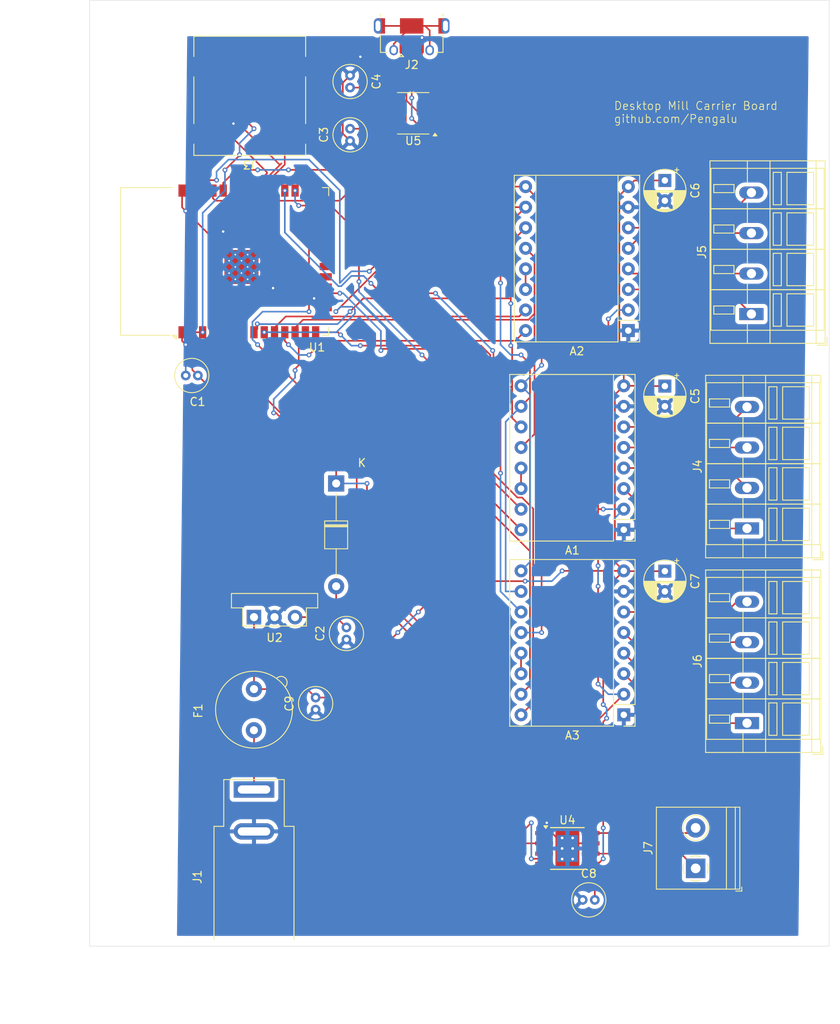
<source format=kicad_pcb>
(kicad_pcb (version 20240108) (generator "pcbnew") (generator_version "8.0")
  (title_block (rev "2"))
  (layers (0 "F.Cu" signal) (31 "B.Cu" signal) (34 "B.Paste" user) (35 "F.Paste" user) (36 "B.SilkS" user "B.Silkscreen") (37 "F.SilkS" user "F.Silkscreen") (38 "B.Mask" user) (39 "F.Mask" user) (44 "Edge.Cuts" user))
  (net 0 "")
  (net 1 "Net-(A1-2A)")
  (net 2 "Net-(A1-~{RESET})")
  (net 3 "MS1")
  (net 4 "+12V")
  (net 5 "Net-(A1-1A)")
  (net 6 "GND")
  (net 7 "Net-(A1-1B)")
  (net 8 "MOTOR_EN")
  (net 9 "+3.3V")
  (net 10 "DIRX")
  (net 11 "MS2")
  (net 12 "MS3")
  (net 13 "STEPX")
  (net 14 "Net-(A1-2B)")
  (net 15 "Net-(A2-2B)")
  (net 16 "Net-(A2-1B)")
  (net 17 "DIRY")
  (net 18 "Net-(A2-1A)")
  (net 19 "Net-(A2-~{RESET})")
  (net 20 "STEPY")
  (net 21 "Net-(A2-2A)")
  (net 22 "Net-(A3-1A)")
  (net 23 "Net-(A3-2A)")
  (net 24 "DIRZ")
  (net 25 "STEPZ")
  (net 26 "Net-(A3-~{RESET})")
  (net 27 "Net-(A3-2B)")
  (net 28 "Net-(A3-1B)")
  (net 29 "Net-(D1-A)")
  (net 30 "Net-(U5-V3)")
  (net 31 "Net-(J2-VBUS)")
  (net 32 "Net-(F1-Pad1)")
  (net 33 "Net-(J2-D+)")
  (net 34 "unconnected-(J2-Shield-Pad6)_4")
  (net 35 "Net-(J2-D-)")
  (net 38 "CS_SD")
  (net 42 "MISO")
  (net 43 "MOSI")
  (net 44 "SCK")
  (net 47 "Net-(J7-Pin_2)")
  (net 48 "Net-(J7-Pin_1)")
  (net 49 "TX")
  (net 53 "SPINDLE1")
  (net 58 "RX")
  (net 59 "SPINDLE2")
  (footprint "TerminalBlock_WAGO:TerminalBlock_WAGO_236-104_1x04_P5.00mm_45Degree" (layer "F.Cu") (at 182.88 114.695 90)
    (property "Reference" "J6")
    (property "Value" "Screw_Terminal_01x04")
  )
  (footprint "Module:Pololu_Breakout-16_15.2x20.3mm" (layer "F.Cu") (at 167.64 90.805 180)
    (property "Reference" "A1")
    (property "Value" "Pololu_Breakout_A4988")
  )
  (footprint "Capacitor_THT:C_Radial_D4.0mm_H5.0mm_P1.50mm" (layer "F.Cu") (at 162.56 136.525)
    (property "Reference" "C8")
    (property "Value" "0.1uF")
  )
  (footprint "Capacitor_THT:CP_Radial_D5.0mm_P2.50mm" (layer "F.Cu") (at 172.72 73.065 -90)
    (property "Reference" "C5")
    (property "Value" "100uF")
  )
  (footprint "Capacitor_THT:C_Radial_D4.0mm_H5.0mm_P1.50mm" (layer "F.Cu") (at 129.54 113.03 90)
    (property "Reference" "C9")
    (property "Value" "3uF")
  )
  (footprint "RF_Module:ESP32-WROOM-32" (layer "F.Cu") (at 121.28 57.665225 90)
    (property "Reference" "U1")
    (property "Value" "ESP32-WROOM-32")
  )
  (footprint "Capacitor_THT:C_Radial_D4.0mm_H5.0mm_P1.50mm" (layer "F.Cu") (at 133.8 42.775 90)
    (property "Reference" "C3")
    (property "Value" "0.1uF")
  )
  (footprint "TerminalBlock_WAGO:TerminalBlock_WAGO_236-104_1x04_P5.00mm_45Degree" (layer "F.Cu") (at 182.88 90.645 90)
    (property "Reference" "J4")
    (property "Value" "Screw_Terminal_01x04")
  )
  (footprint "Capacitor_THT:C_Radial_D4.0mm_H5.0mm_P1.50mm" (layer "F.Cu") (at 133.35 104.37 90)
    (property "Reference" "C2")
    (property "Value" "0.1uF")
  )
  (footprint "Module:Pololu_Breakout-16_15.2x20.3mm" (layer "F.Cu") (at 167.64 113.665 180)
    (property "Reference" "A3")
    (property "Value" "Pololu_Breakout_A4988")
  )
  (footprint "Package_SO:Texas_HTSOP-8-1EP_3.9x4.9mm_P1.27mm_EP2.95x4.9mm_Mask2.4x3.1mm_ThermalVias" (layer "F.Cu") (at 160.67 130.175)
    (property "Reference" "U4")
    (property "Value" "DRV8871DDA")
  )
  (footprint "Fuse:Fuseholder_TR5_Littelfuse_No560_No460" (layer "F.Cu") (at 121.91 115.57 90)
    (property "Reference" "F1")
    (property "Value" "Fuse")
  )
  (footprint "Connector_BarrelJack:BarrelJack_SwitchcraftConxall_RAPC10U_Horizontal" (layer "F.Cu") (at 121.92 122.89 90)
    (property "Reference" "J1")
    (property "Value" "Barrel_Jack")
  )
  (footprint "Connector_USB:USB_Micro-AB_Molex_47590-0001" (layer "F.Cu") (at 141.42 28.575 180)
    (property "Reference" "J2")
    (property "Value" "USB_B_Micro")
  )
  (footprint "Capacitor_THT:CP_Radial_D5.0mm_P2.50mm" (layer "F.Cu") (at 172.72 95.925 -90)
    (property "Reference" "C7")
    (property "Value" "100uF")
  )
  (footprint "TerminalBlock_Philmore:TerminalBlock_Philmore_TB132_1x02_P5.00mm_Horizontal" (layer "F.Cu") (at 176.53 132.635 90)
    (property "Reference" "J7")
    (property "Value" "Screw_Terminal_01x02")
  )
  (footprint "Connector_Card:microSD_HC_Molex_47219-2001" (layer "F.Cu") (at 121.395 37.21 180)
    (property "Reference" "J3")
    (property "Value" "Micro_SD_Card_Det1")
  )
  (footprint "Package_SO:SOP-8_3.9x4.9mm_P1.27mm" (layer "F.Cu") (at 141.605 39.37 180)
    (property "Reference" "U5")
    (property "Value" "CH340N")
  )
  (footprint "Converter_DCDC:Converter_DCDC_Murata_OKI-78SR_Vertical" (layer "F.Cu") (at 121.92 101.6)
    (property "Reference" "U2")
    (property "Value" "OKI-78SR-3.3_1.5-W36-C")
  )
  (footprint "Capacitor_THT:CP_Radial_D5.0mm_P2.50mm" (layer "F.Cu") (at 172.72 47.665 -90)
    (property "Reference" "C6")
    (property "Value" "100uF")
  )
  (footprint "Capacitor_THT:C_Radial_D4.0mm_H5.0mm_P1.50mm" (layer "F.Cu") (at 114.98 71.755 180)
    (property "Reference" "C1")
    (property "Value" "0.1uF")
  )
  (footprint "Diode_THT:D_T-1_P12.70mm_Horizontal" (layer "F.Cu") (at 132.08 85.09 -90)
    (property "Reference" "D1" (hide yes))
    (property "Value" "D")
  )
  (footprint "Module:Pololu_Breakout-16_15.2x20.3mm" (layer "F.Cu") (at 168.200225 66.205 180)
    (property "Reference" "A2")
    (property "Value" "Pololu_Breakout_A4988")
  )
  (footprint "Capacitor_THT:C_Radial_D4.0mm_H5.0mm_P1.50mm" (layer "F.Cu") (at 133.8 34.695 -90)
    (property "Reference" "C4")
    (property "Value" "0.1uF")
  )
  (footprint "TerminalBlock_WAGO:TerminalBlock_WAGO_236-104_1x04_P5.00mm_45Degree" (layer "F.Cu") (at 183.42 64.165 90)
    (property "Reference" "J5")
    (property "Value" "Screw_Terminal_01x04")
  )
  (gr_rect (start 101.6 25.4) (end 193.04 142.24) (stroke (width 0.05)) (fill none) (layer "Edge.Cuts"))
  (gr_text "Desktop Mill Carrier Board\ngithub.com/Pengalu\n" (at 166.37 40.64 0) (layer "F.SilkS") (effects (font (size 1 1) (thickness 0.1)) (justify left bottom)))
  (segment (start 182.88 80.645) (end 167.64 80.645) (width 0.2) (layer "F.Cu") (net 1))
  (segment (start 154.94 83.185) (end 154.94 85.725) (width 0.2) (layer "F.Cu") (net 2))
  (segment (start 155.500225 50.965) (end 152.4 54.065225) (width 0.2) (layer "F.Cu") (net 3))
  (segment (start 144.938417 50.965) (end 155.500225 50.965) (width 0.2) (layer "F.Cu") (net 3))
  (segment (start 123.19 66.415225) (end 123.19 65.855) (width 0.2) (layer "F.Cu") (net 3))
  (segment (start 152.4 54.065225) (end 152.4 60.325) (width 0.2) (layer "F.Cu") (net 3))
  (segment (start 154.94 75.565) (end 156.04 74.465) (width 0.2) (layer "F.Cu") (net 3))
  (segment (start 156.04 70.315) (end 154.94 69.215) (width 0.2) (layer "F.Cu") (net 3))
  (segment (start 132.038417 63.865) (end 144.938417 50.965) (width 0.2) (layer "F.Cu") (net 3))
  (segment (start 156.04 74.465) (end 156.04 70.315) (width 0.2) (layer "F.Cu") (net 3))
  (via (at 154.94 69.215) (size 0.6) (drill 0.3) (layers "F.Cu" "B.Cu") (net 3))
  (via (at 123.19 66.415225) (size 0.6) (drill 0.3) (layers "F.Cu" "B.Cu") (net 3))
  (via (at 132.038417 63.865) (size 0.6) (drill 0.3) (layers "F.Cu" "B.Cu") (net 3))
  (via (at 152.4 60.325) (size 0.6) (drill 0.3) (layers "F.Cu" "B.Cu") (net 3))
  (segment (start 154.94 69.215) (end 153.67 69.215) (width 0.2) (layer "B.Cu") (net 3))
  (segment (start 153.67 69.215) (end 152.4 67.945) (width 0.2) (layer "B.Cu") (net 3))
  (segment (start 153.035 77.47) (end 153.035 98.425) (width 0.2) (layer "B.Cu") (net 3))
  (segment (start 154.94 75.565) (end 153.035 77.47) (width 0.2) (layer "B.Cu") (net 3))
  (segment (start 152.4 67.945) (end 152.4 60.325) (width 0.2) (layer "B.Cu") (net 3))
  (segment (start 132.638418 63.264999) (end 134.048529 63.264999) (width 0.2) (layer "B.Cu") (net 3))
  (segment (start 134.048529 63.264999) (end 134.4 63.61647) (width 0.2) (layer "B.Cu") (net 3))
  (segment (start 134.4 63.61647) (end 134.4 64.113528) (width 0.2) (layer "B.Cu") (net 3))
  (segment (start 132.098303 66.415225) (end 123.19 66.415225) (width 0.2) (layer "B.Cu") (net 3))
  (segment (start 134.4 64.113528) (end 132.098303 66.415225) (width 0.2) (layer "B.Cu") (net 3))
  (segment (start 132.038417 63.865) (end 132.638418 63.264999) (width 0.2) (layer "B.Cu") (net 3))
  (segment (start 153.035 98.425) (end 154.94 98.425) (width 0.2) (layer "B.Cu") (net 3))
  (segment (start 131.675 111.53) (end 129.54 111.53) (width 0.2) (layer "F.Cu") (net 4))
  (segment (start 167.64 95.885) (end 166.54 94.785) (width 0.2) (layer "F.Cu") (net 4))
  (segment (start 139.7 103.505) (end 131.675 111.53) (width 0.2) (layer "F.Cu") (net 4))
  (segment (start 170.18 73.025) (end 170.22 73.065) (width 0.2) (layer "F.Cu") (net 4))
  (segment (start 166.54 74.125) (end 167.64 73.025) (width 0.2) (layer "F.Cu") (net 4))
  (segment (start 164.465 132.08) (end 165.1 131.445) (width 0.2) (layer "F.Cu") (net 4))
  (segment (start 167.100225 49.525) (end 168.200225 48.425) (width 0.2) (layer "F.Cu") (net 4))
  (segment (start 155.64 97.155) (end 155.44 97.155) (width 0.2) (layer "F.Cu") (net 4))
  (segment (start 164.06 136.525) (end 164.06 132.595) (width 0.2) (layer "F.Cu") (net 4))
  (segment (start 166.54 94.785) (end 166.54 74.125) (width 0.2) (layer "F.Cu") (net 4))
  (segment (start 128.5 110.49) (end 129.54 111.53) (width 0.2) (layer "F.Cu") (net 4))
  (segment (start 167.64 71.755) (end 167.100225 71.215225) (width 0.2) (layer "F.Cu") (net 4))
  (segment (start 146.05 97.155) (end 142.24 100.965) (width 0.2) (layer "F.Cu") (net 4))
  (segment (start 167.64 73.025) (end 170.18 73.025) (width 0.2) (layer "F.Cu") (net 4))
  (segment (start 165.1 114.51353) (end 165.524265 114.089265) (width 0.2) (layer "F.Cu") (net 4))
  (segment (start 170.22 73.065) (end 172.72 73.065) (width 0.2) (layer "F.Cu") (net 4))
  (segment (start 164.06 132.595) (end 163.545 132.08) (width 0.2) (layer "F.Cu") (net 4))
  (segment (start 163.545 132.08) (end 164.465 132.08) (width 0.2) (layer "F.Cu") (net 4))
  (segment (start 167.68 95.925) (end 167.64 95.885) (width 0.2) (layer "F.Cu") (net 4))
  (segment (start 121.92 110.49) (end 128.5 110.49) (width 0.2) (layer "F.Cu") (net 4))
  (segment (start 155.44 97.155) (end 146.05 97.155) (width 0.2) (layer "F.Cu") (net 4))
  (segment (start 160.02 95.885) (end 167.64 95.885) (width 0.2) (layer "F.Cu") (net 4))
  (segment (start 167.64 73.025) (end 167.64 71.755) (width 0.2) (layer "F.Cu") (net 4))
  (segment (start 167.100225 71.215225) (end 167.100225 49.525) (width 0.2) (layer "F.Cu") (net 4))
  (segment (start 168.960225 47.665) (end 168.200225 48.425) (width 0.2) (layer "F.Cu") (net 4))
  (segment (start 165.1 98.425) (end 167.64 95.885) (width 0.2) (layer "F.Cu") (net 4))
  (segment (start 121.92 110.49) (end 121.92 101.6) (width 0.2) (layer "F.Cu") (net 4))
  (segment (start 172.72 95.925) (end 167.68 95.925) (width 0.2) (layer "F.Cu") (net 4))
  (segment (start 172.72 47.665) (end 168.960225 47.665) (width 0.2) (layer "F.Cu") (net 4))
  (segment (start 165.1 112.395) (end 165.1 98.425) (width 0.2) (layer "F.Cu") (net 4))
  (segment (start 165.1 127.635) (end 165.1 114.51353) (width 0.2) (layer "F.Cu") (net 4))
  (via (at 165.1 127.635) (size 0.6) (drill 0.3) (layers "F.Cu" "B.Cu") (net 4))
  (via (at 165.1 131.445) (size 0.6) (drill 0.3) (layers "F.Cu" "B.Cu") (net 4))
  (via (at 142.24 100.965) (size 0.6) (drill 0.3) (layers "F.Cu" "B.Cu") (net 4))
  (via (at 160.02 95.885) (size 0.6) (drill 0.3) (layers "F.Cu" "B.Cu") (net 4))
  (via (at 165.524265 114.089265) (size 0.6) (drill 0.3) (layers "F.Cu" "B.Cu") (net 4))
  (via (at 165.1 112.395) (size 0.6) (drill 0.3) (layers "F.Cu" "B.Cu") (net 4))
  (via (at 155.44 97.155) (size 0.6) (drill 0.3) (layers "F.Cu" "B.Cu") (net 4))
  (via (at 139.7 103.505) (size 0.6) (drill 0.3) (layers "F.Cu" "B.Cu") (net 4))
  (segment (start 158.75 97.155) (end 160.02 95.885) (width 0.2) (layer "B.Cu") (net 4))
  (segment (start 165.524265 114.089265) (end 165.524265 112.819265) (width 0.2) (layer "B.Cu") (net 4))
  (segment (start 165.1 131.445) (end 165.1 127.635) (width 0.2) (layer "B.Cu") (net 4))
  (segment (start 142.24 100.965) (end 139.7 103.505) (width 0.2) (layer "B.Cu") (net 4))
  (segment (start 165.524265 112.819265) (end 165.1 112.395) (width 0.2) (layer "B.Cu") (net 4))
  (segment (start 155.44 97.155) (end 158.75 97.155) (width 0.2) (layer "B.Cu") (net 4))
  (segment (start 180.42 83.185) (end 182.88 85.645) (width 0.2) (layer "F.Cu") (net 5))
  (segment (start 167.64 83.185) (end 180.42 83.185) (width 0.2) (layer "F.Cu") (net 5))
  (segment (start 119.1 40.36) (end 119.38 40.64) (width 0.2) (layer "F.Cu") (net 6))
  (segment (start 157.795 127.32) (end 158.115 127) (width 0.2) (layer "F.Cu") (net 6))
  (segment (start 129.355 62.890225) (end 129.355 62.23) (width 0.2) (layer "F.Cu") (net 6))
  (segment (start 135.07 33.425) (end 135.07 32.385) (width 0.2) (layer "F.Cu") (net 6))
  (segment (start 113.03 50.985) (end 113.48 51.435) (width 0.2) (layer "F.Cu") (net 6))
  (segment (start 119.1 39.31) (end 119.1 40.36) (width 0.2) (layer "F.Cu") (net 6))
  (segment (start 158.765 128.27) (end 160.67 130.175) (width 0.2) (layer "F.Cu") (net 6))
  (segment (start 142.685 31.285) (end 142.72 31.25) (width 0.2) (layer "F.Cu") (net 6))
  (segment (start 113.48 51.455225) (end 117.372387 55.347613) (width 0.2) (layer "F.Cu") (net 6))
  (segment (start 161.955 129.54) (end 161.32 130.175) (width 0.2) (layer "F.Cu") (net 6))
  (segment (start 130.79 63.375225) (end 129.84 63.375225) (width 0.2) (layer "F.Cu") (net 6))
  (segment (start 157.795 128.27) (end 157.795 127.32) (width 0.2) (layer "F.Cu") (net 6))
  (segment (start 123.185225 59.870225) (end 124.275 60.96) (width 0.2) (layer "F.Cu") (net 6))
  (segment (start 117.372387 54.712613) (end 118.11 53.975) (width 0.2) (layer "F.Cu") (net 6))
  (segment (start 160.02 131.475) (end 160.02 130.175) (width 0.2) (layer "F.Cu") (net 6))
  (segment (start 142.69 31.22) (end 142.72 31.25) (width 0.2) (layer "F.Cu") (net 6))
  (segment (start 163.545 129.54) (end 161.955 129.54) (width 0.2) (layer "F.Cu") (net 6))
  (segment (start 113.03 48.915225) (end 113.03 50.985) (width 0.2) (layer "F.Cu") (net 6))
  (segment (start 161.32 131.475) (end 160.02 131.475) (width 0.2) (layer "F.Cu") (net 6))
  (segment (start 132.9 35.595) (end 133.8 34.695) (width 0.2) (layer "F.Cu") (net 6))
  (segment (start 117.372387 55.347613) (end 118.845 56.820225) (width 0.2) (layer "F.Cu") (net 6))
  (segment (start 113.03 66.415225) (end 113.03 67.495) (width 0.2) (layer "F.Cu") (net 6))
  (segment (start 113.48 51.435) (end 113.48 51.455225) (width 0.2) (layer "F.Cu") (net 6))
  (segment (start 133.8 42.775) (end 132.9 41.875) (width 0.2) (layer "F.Cu") (net 6))
  (segment (start 142.69 30.025002) (end 142.69 31.22) (width 0.2) (layer "F.Cu") (net 6))
  (segment (start 142.985001 38.735) (end 142.685 38.434999) (width 0.2) (layer "F.Cu") (net 6))
  (segment (start 160.02 130.175) (end 160.02 128.875) (width 0.2) (layer "F.Cu") (net 6))
  (segment (start 121.895 59.870225) (end 123.185225 59.870225) (width 0.2) (layer "F.Cu") (net 6))
  (segment (start 160.02 128.875) (end 161.32 128.875) (width 0.2) (layer "F.Cu") (net 6))
  (segment (start 161.32 130.175) (end 161.32 131.475) (width 0.2) (layer "F.Cu") (net 6))
  (segment (start 160.02 130.175) (end 161.32 130.175) (width 0.2) (layer "F.Cu") (net 6))
  (segment (start 143.96 38.735) (end 142.985001 38.735) (width 0.2) (layer "F.Cu") (net 6))
  (segment (start 133.8 34.695) (end 135.07 33.425) (width 0.2) (layer "F.Cu") (net 6))
  (segment (start 142.685 38.434999) (end 142.685 31.285) (width 0.2) (layer "F.Cu") (net 6))
  (segment (start 129.84 63.375225) (end 129.355 62.890225) (width 0.2) (layer "F.Cu") (net 6))
  (segment (start 132.9 41.875) (end 132.9 35.595) (width 0.2) (layer "F.Cu") (net 6))
  (segment (start 117.372387 55.347613) (end 117.372387 54.712613) (width 0.2) (layer "F.Cu") (net 6))
  (segment (start 157.795 128.27) (end 158.765 128.27) (width 0.2) (layer "F.Cu") (net 6))
  (segment (start 113.03 67.495) (end 113.48 67.945) (width 0.2) (layer "F.Cu") (net 6))
  (segment (start 161.32 128.875) (end 161.32 130.175) (width 0.2) (layer "F.Cu") (net 6))
  (via (at 124.275 60.96) (size 0.6) (drill 0.3) (layers "F.Cu" "B.Cu") (net 6))
  (via (at 158.115 127) (size 0.6) (drill 0.3) (layers "F.Cu" "B.Cu") (net 6))
  (via (at 118.11 53.975) (size 0.6) (drill 0.3) (layers "F.Cu" "B.Cu") (net 6))
  (via (at 135.07 32.385) (size 0.6) (drill 0.3) (layers "F.Cu" "B.Cu") (net 6))
  (via (at 113.48 51.435) (size 0.6) (drill 0.3) (layers "F.Cu" "B.Cu") (net 6))
  (via (at 129.355 62.23) (size 0.6) (drill 0.3) (layers "F.Cu" "B.Cu") (net 6))
  (via (at 142.69 30.025002) (size 0.6) (drill 0.3) (layers "F.Cu" "B.Cu") (net 6))
  (via (at 113.48 67.945) (size 0.6) (drill 0.3) (layers "F.Cu" "B.Cu") (net 6))
  (via (at 119.38 40.64) (size 0.6) (drill 0.3) (layers "F.Cu" "B.Cu") (net 6))
  (segment (start 158.115 127) (end 159.385 127) (width 0.2) (layer "B.Cu") (net 6))
  (segment (start 113.48 71.755) (end 113.48 67.945) (width 0.2) (layer "B.Cu") (net 6))
  (segment (start 135.07 32.385) (end 137.61 29.845) (width 0.2) (layer "B.Cu") (net 6))
  (segment (start 137.61 29.845) (end 142.69 29.845) (width 0.2) (layer "B.Cu") (net 6))
  (segment (start 113.48 67.945) (end 113.48 66.675) (width 0.2) (layer "B.Cu") (net 6))
  (segment (start 142.69 29.845) (end 142.69 30.025002) (width 0.2) (layer "B.Cu") (net 6))
  (segment (start 182.88 90.645) (end 172.56 90.645) (width 0.2) (layer "F.Cu") (net 7))
  (segment (start 172.56 90.645) (end 167.64 85.725) (width 0.2) (layer "F.Cu") (net 7))
  (segment (start 115.57 47.965225) (end 115.910225 47.625) (width 0.2) (layer "F.Cu") (net 8))
  (segment (start 157.48 50.404775) (end 157.48 70.485) (width 0.2) (layer "F.Cu") (net 8))
  (segment (start 155.500225 48.425) (end 157.48 50.404775) (width 0.2) (layer "F.Cu") (net 8))
  (segment (start 136.169944 58.884943) (end 146.629887 48.425) (width 0.2) (layer "F.Cu") (net 8))
  (segment (start 115.910225 47.625) (end 117.29 47.625) (width 0.2) (layer "F.Cu") (net 8))
  (segment (start 146.629887 48.425) (end 155.500225 48.425) (width 0.2) (layer "F.Cu") (net 8))
  (segment (start 115.57 48.915225) (end 115.57 47.965225) (width 0.2) (layer "F.Cu") (net 8))
  (via (at 136.169944 58.884943) (size 0.6) (drill 0.3) (layers "F.Cu" "B.Cu") (net 8))
  (via (at 117.29 47.625) (size 0.6) (drill 0.3) (layers "F.Cu" "B.Cu") (net 8))
  (via (at 157.48 70.485) (size 0.6) (drill 0.3) (layers "F.Cu" "B.Cu") (net 8))
  (segment (start 156.04 74.125) (end 156.04 94.785) (width 0.2) (layer "B.Cu") (net 8))
  (segment (start 132.53 48.895) (end 128.72 45.085) (width 0.2) (layer "B.Cu") (net 8))
  (segment (start 118.771696 45.085) (end 117.29 46.566696) (width 0.2) (layer "B.Cu") (net 8))
  (segment (start 133.970057 58.884943) (end 132.53 60.325) (width 0.2) (layer "B.Cu") (net 8))
  (segment (start 136.169944 58.884943) (end 133.970057 58.884943) (width 0.2) (layer "B.Cu") (net 8))
  (segment (start 154.94 73.025) (end 156.04 74.125) (width 0.2) (layer "B.Cu") (net 8))
  (segment (start 117.29 46.566696) (end 117.29 47.625) (width 0.2) (layer "B.Cu") (net 8))
  (segment (start 156.04 94.785) (end 154.94 95.885) (width 0.2) (layer "B.Cu") (net 8))
  (segment (start 128.72 45.085) (end 118.771696 45.085) (width 0.2) (layer "B.Cu") (net 8))
  (segment (start 157.48 70.485) (end 154.94 73.025) (width 0.2) (layer "B.Cu") (net 8))
  (segment (start 132.53 60.325) (end 132.53 48.895) (width 0.2) (layer "B.Cu") (net 8))
  (segment (start 135.89 94.615) (end 135.255 95.25) (width 0.2) (layer "F.Cu") (net 9))
  (segment (start 121.3 40.655) (end 121.92 41.275) (width 0.2) (layer "F.Cu") (net 9))
  (segment (start 132.08 83.254314) (end 122.440686 73.615) (width 0.2) (layer "F.Cu") (net 9))
  (segment (start 114.3 71.075) (end 114.98 71.755) (width 0.2) (layer "F.Cu") (net 9))
  (segment (start 122.440686 73.615) (end 116.84 73.615) (width 0.2) (layer "F.Cu") (net 9))
  (segment (start 115.57 66.475225) (end 115.79 66.695225) (width 0.2) (layer "F.Cu") (net 9))
  (segment (start 164.465 97.79) (end 164.465 109.855) (width 0.2) (layer "F.Cu") (net 9))
  (segment (start 164.465 88.265) (end 165.1 88.265) (width 0.2) (layer "F.Cu") (net 9))
  (segment (start 163.195 115.57) (end 167.64 111.125) (width 0.2) (layer "F.Cu") (net 9))
  (segment (start 132.08 85.09) (end 132.08 83.254314) (width 0.2) (layer "F.Cu") (net 9))
  (segment (start 120.22 44.485225) (end 118.33 46.375225) (width 0.2) (layer "F.Cu") (net 9))
  (segment (start 116.84 73.615) (end 114.98 71.755) (width 0.2) (layer "F.Cu") (net 9))
  (segment (start 135.89 85.09) (end 135.89 94.615) (width 0.2) (layer "F.Cu") (net 9))
  (segment (start 121.3 39.31) (end 121.3 40.655) (width 0.2) (layer "F.Cu") (net 9))
  (segment (start 164.465 67.31) (end 164.465 88.265) (width 0.2) (layer "F.Cu") (net 9))
  (segment (start 115.57 66.945225) (end 115.57 66.415225) (width 0.2) (layer "F.Cu") (net 9))
  (segment (start 165.735 64.77) (end 165.735 66.04) (width 0.2) (layer "F.Cu") (net 9))
  (segment (start 149.225 115.57) (end 163.195 115.57) (width 0.2) (layer "F.Cu") (net 9))
  (segment (start 114.3 66.415225) (end 114.3 71.075) (width 0.2) (layer "F.Cu") (net 9))
  (segment (start 135.255 95.25) (end 149.225 109.22) (width 0.2) (layer "F.Cu") (net 9))
  (segment (start 149.225 109.22) (end 149.225 115.57) (width 0.2) (layer "F.Cu") (net 9))
  (segment (start 164.465 88.265) (end 164.465 95.25) (width 0.2) (layer "F.Cu") (net 9))
  (segment (start 165.735 66.04) (end 164.465 67.31) (width 0.2) (layer "F.Cu") (net 9))
  (segment (start 114.3 66.415225) (end 115.57 66.415225) (width 0.2) (layer "F.Cu") (net 9))
  (via (at 164.465 95.25) (size 0.6) (drill 0.3) (layers "F.Cu" "B.Cu") (net 9))
  (via (at 164.465 97.79) (size 0.6) (drill 0.3) (layers "F.Cu" "B.Cu") (net 9))
  (via (at 121.92 41.275) (size 0.6) (drill 0.3) (layers "F.Cu" "B.Cu") (net 9))
  (via (at 135.89 85.09) (size 0.6) (drill 0.3) (layers "F.Cu" "B.Cu") (net 9))
  (via (at 120.135113 44.485) (size 0.6) (drill 0.3) (layers "F.Cu" "B.Cu") (net 9))
  (via (at 115.57 66.415225) (size 0.6) (drill 0.3) (layers "F.Cu" "B.Cu") (net 9))
  (via (at 165.1 88.265) (size 0.6) (drill 0.3) (layers "F.Cu" "B.Cu") (net 9))
  (via (at 118.33 46.375225) (size 0.6) (drill 0.3) (layers "F.Cu" "B.Cu") (net 9))
  (via (at 164.465 109.855) (size 0.6) (drill 0.3) (layers "F.Cu" "B.Cu") (net 9))
  (via (at 165.735 64.77) (size 0.6) (drill 0.3) (layers "F.Cu" "B.Cu") (net 9))
  (segment (start 166.37 89.535) (end 167.64 88.265) (width 0.2) (layer "B.Cu") (net 9))
  (segment (start 132.08 85.09) (end 135.89 85.09) (width 0.2) (layer "B.Cu") (net 9))
  (segment (start 121.92 41.275) (end 120.135113 43.059887) (width 0.2) (layer "B.Cu") (net 9))
  (segment (start 164.465 109.855) (end 165.735 111.125) (width 0.2) (layer "B.Cu") (net 9))
  (segment (start 118.33 46.375225) (end 118.33 48.915225) (width 0.2) (layer "B.Cu") (net 9))
  (segment (start 120.135113 43.059887) (end 120.135113 44.485) (width 0.2) (layer "B.Cu") (net 9))
  (segment (start 165.1 88.265) (end 167.64 88.265) (width 0.2) (layer "B.Cu") (net 9))
  (segment (start 165.735 111.125) (end 167.64 111.125) (width 0.2) (layer "B.Cu") (net 9))
  (segment (start 164.465 95.25) (end 164.465 97.79) (width 0.2) (layer "B.Cu") (net 9))
  (segment (start 118.33 48.915225) (end 115.57 51.675225) (width 0.2) (layer "B.Cu") (net 9))
  (segment (start 115.57 51.675225) (end 115.57 66.415225) (width 0.2) (layer "B.Cu") (net 9))
  (segment (start 166.84 63.665) (end 165.735 64.77) (width 0.2) (layer "B.Cu") (net 9))
  (segment (start 168.200225 63.665) (end 166.84 63.665) (width 0.2) (layer "B.Cu") (net 9))
  (segment (start 137.81 68.465225) (end 137.61 68.665225) (width 0.2) (layer "F.Cu") (net 10))
  (segment (start 149.86 69.215) (end 149.110225 68.465225) (width 0.2) (layer "F.Cu") (net 10))
  (segment (start 132.53 61.595) (end 131.300225 61.595) (width 0.2) (layer "F.Cu") (net 10))
  (segment (start 137.61 68.465225) (end 137.61 68.665225) (width 0.2) (layer "F.Cu") (net 10))
  (segment (start 149.86 85.725) (end 149.86 69.215) (width 0.2) (layer "F.Cu") (net 10))
  (segment (start 149.110225 68.465225) (end 137.81 68.465225) (width 0.2) (layer "F.Cu") (net 10))
  (segment (start 154.94 90.805) (end 149.86 85.725) (width 0.2) (layer "F.Cu") (net 10))
  (segment (start 131.300225 61.595) (end 130.79 62.105225) (width 0.2) (layer "F.Cu") (net 10))
  (via (at 132.53 61.595) (size 0.6) (drill 0.3) (layers "F.Cu" "B.Cu") (net 10))
  (via (at 137.61 68.665225) (size 0.6) (drill 0.3) (layers "F.Cu" "B.Cu") (net 10))
  (segment (start 137.61 66.260784) (end 132.944216 61.595) (width 0.2) (layer "B.Cu") (net 10))
  (segment (start 137.61 68.665225) (end 137.61 66.260784) (width 0.2) (layer "B.Cu") (net 10))
  (segment (start 132.944216 61.595) (end 132.53 61.595) (width 0.2) (layer "B.Cu") (net 10))
  (segment (start 135.434999 62.23) (end 133.8 63.864999) (width 0.2) (layer "F.Cu") (net 11))
  (segment (start 155.500225 53.505) (end 153.67 55.335225) (width 0.2) (layer "F.Cu") (net 11))
  (segment (start 153.67 62.23) (end 153.67 62.865) (width 0.2) (layer "F.Cu") (net 11))
  (segment (start 153.67 55.335225) (end 153.67 62.23) (width 0.2) (layer "F.Cu") (net 11))
  (segment (start 152.4 74.465) (end 152.4 83.82) (width 0.2) (layer "F.Cu") (net 11))
  (segment (start 154.94 78.105) (end 153.84 77.005) (width 0.2) (layer "F.Cu") (net 11))
  (segment (start 153.84 73.025) (end 153.84 68.235225) (width 0.2) (layer "F.Cu") (net 11))
  (segment (start 153.84 68.235225) (end 153.67 68.065225) (width 0.2) (layer "F.Cu") (net 11))
  (segment (start 122.33102 66.004205) (end 121.92 66.415225) (width 0.2) (layer "F.Cu") (net 11))
  (segment (start 153.84 77.005) (end 153.84 73.025) (width 0.2) (layer "F.Cu") (net 11))
  (segment (start 122.33102 65.377585) (end 122.33102 66.004205) (width 0.2) (layer "F.Cu") (net 11))
  (segment (start 153.84 73.025) (end 152.4 74.465) (width 0.2) (layer "F.Cu") (net 11))
  (segment (start 153.67 62.23) (end 135.434999 62.23) (width 0.2) (layer "F.Cu") (net 11))
  (via (at 153.67 68.065225) (size 0.6) (drill 0.3) (layers "F.Cu" "B.Cu") (net 11))
  (via (at 152.4 83.82) (size 0.6) (drill 0.3) (layers "F.Cu" "B.Cu") (net 11))
  (via (at 153.67 62.865) (size 0.6) (drill 0.3) (layers "F.Cu" "B.Cu") (net 11))
  (via (at 133.8 63.864999) (size 0.6) (drill 0.3) (layers "F.Cu" "B.Cu") (net 11))
  (via (at 122.33102 65.377585) (size 0.6) (drill 0.3) (layers "F.Cu" "B.Cu") (net 11))
  (segment (start 153.67 68.065225) (end 153.67 62.865) (width 0.2) (layer "B.Cu") (net 11))
  (segment (start 152.4 83.82) (end 152.4 98.425) (width 0.2) (layer "B.Cu") (net 11))
  (segment (start 133.8 63.864999) (end 132.259999 65.405) (width 0.2) (layer "B.Cu") (net 11))
  (segment (start 132.259999 65.405) (end 122.358435 65.405) (width 0.2) (layer "B.Cu") (net 11))
  (segment (start 122.358435 65.405) (end 122.33102 65.377585) (width 0.2) (layer "B.Cu") (net 11))
  (segment (start 152.4 98.425) (end 154.94 100.965) (width 0.2) (layer "B.Cu") (net 11))
  (segment (start 156.600225 78.984775) (end 156.600225 64.120635) (width 0.2) (layer "F.Cu") (net 12))
  (segment (start 157.48 79.86455) (end 157.48 103.505) (width 0.2) (layer "F.Cu") (net 12))
  (segment (start 156.600225 64.120635) (end 155.855861 64.864999) (width 0.2) (layer "F.Cu") (net 12))
  (segment (start 156.600225 78.984775) (end 157.48 79.86455) (width 0.2) (layer "F.Cu") (net 12))
  (segment (start 127.990001 64.864999) (end 127 65.855) (width 0.2) (layer "F.Cu") (net 12))
  (segment (start 154.94 80.645) (end 156.600225 78.984775) (width 0.2) (layer "F.Cu") (net 12))
  (segment (start 156.600225 57.145) (end 156.600225 64.120635) (width 0.2) (layer "F.Cu") (net 12))
  (segment (start 127.990001 64.864999) (end 155.855861 64.864999) (width 0.2) (layer "F.Cu") (net 12))
  (segment (start 155.500225 56.045) (end 156.600225 57.145) (width 0.2) (layer "F.Cu") (net 12))
  (segment (start 127 65.855) (end 127 66.415225) (width 0.2) (layer "F.Cu") (net 12))
  (via (at 157.48 103.505) (size 0.6) (drill 0.3) (layers "F.Cu" "B.Cu") (net 12))
  (segment (start 154.94 103.505) (end 157.48 103.505) (width 0.2) (layer "B.Cu") (net 12))
  (segment (start 151.13 69.215) (end 151.13 84.455) (width 0.2) (layer "F.Cu") (net 13))
  (segment (start 132.303041 66.415225) (end 132.624937 66.737121) (width 0.2) (layer "F.Cu") (net 13))
  (segment (start 149.980225 68.065225) (end 135.07 68.065225) (width 0.2) (layer "F.Cu") (net 13))
  (segment (start 149.980225 68.065225) (end 151.13 69.215) (width 0.2) (layer "F.Cu") (net 13))
  (segment (start 129.54 66.415225) (end 132.303041 66.415225) (width 0.2) (layer "F.Cu") (net 13))
  (segment (start 151.13 84.455) (end 154.94 88.265) (width 0.2) (layer "F.Cu") (net 13))
  (via (at 132.624937 66.737121) (size 0.6) (drill 0.3) (layers "F.Cu" "B.Cu") (net 13))
  (via (at 135.07 68.065225) (size 0.6) (drill 0.3) (layers "F.Cu" "B.Cu") (net 13))
  (segment (start 133.953041 68.065225) (end 135.07 68.065225) (width 0.2) (layer "B.Cu") (net 13))
  (segment (start 132.624937 66.737121) (end 133.953041 68.065225) (width 0.2) (layer "B.Cu") (net 13))
  (segment (start 167.64 78.105) (end 180.42 78.105) (width 0.2) (layer "F.Cu") (net 14))
  (segment (start 180.42 78.105) (end 182.88 75.645) (width 0.2) (layer "F.Cu") (net 14))
  (segment (start 179.08 53.505) (end 183.42 49.165) (width 0.2) (layer "F.Cu") (net 15))
  (segment (start 168.200225 53.505) (end 179.08 53.505) (width 0.2) (layer "F.Cu") (net 15))
  (segment (start 168.200225 61.125) (end 180.38 61.125) (width 0.2) (layer "F.Cu") (net 16))
  (segment (start 180.38 61.125) (end 183.42 64.165) (width 0.2) (layer "F.Cu") (net 16))
  (segment (start 125.73 67.495) (end 126.18 67.945) (width 0.2) (layer "F.Cu") (net 17))
  (segment (start 128.72 69.215) (end 130.469775 67.465225) (width 0.2) (layer "F.Cu") (net 17))
  (segment (start 125.73 66.415225) (end 125.73 67.495) (width 0.2) (layer "F.Cu") (net 17))
  (segment (start 130.469775 67.465225) (end 154.24 67.465225) (width 0.2) (layer "F.Cu") (net 17))
  (segment (start 154.24 67.465225) (end 155.500225 66.205) (width 0.2) (layer "F.Cu") (net 17))
  (via (at 126.18 67.945) (size 0.6) (drill 0.3) (layers "F.Cu" "B.Cu") (net 17))
  (via (at 128.72 69.215) (size 0.6) (drill 0.3) (layers "F.Cu" "B.Cu") (net 17))
  (segment (start 126.18 67.945) (end 127.45 69.215) (width 0.2) (layer "B.Cu") (net 17))
  (segment (start 127.45 69.215) (end 128.72 69.215) (width 0.2) (layer "B.Cu") (net 17))
  (segment (start 168.780225 59.165) (end 168.200225 58.585) (width 0.2) (layer "F.Cu") (net 18))
  (segment (start 183.42 59.165) (end 168.780225 59.165) (width 0.2) (layer "F.Cu") (net 18))
  (segment (start 155.500225 61.125) (end 155.500225 58.585) (width 0.2) (layer "F.Cu") (net 19))
  (segment (start 154.700226 64.464999) (end 125.850001 64.464999) (width 0.2) (layer "F.Cu") (net 20))
  (segment (start 125.850001 64.464999) (end 124.46 65.855) (width 0.2) (layer "F.Cu") (net 20))
  (segment (start 155.500225 63.665) (end 154.700226 64.464999) (width 0.2) (layer "F.Cu") (net 20))
  (segment (start 124.46 65.855) (end 124.46 66.415225) (width 0.2) (layer "F.Cu") (net 20))
  (segment (start 183.42 54.165) (end 170.080225 54.165) (width 0.2) (layer "F.Cu") (net 21))
  (segment (start 170.080225 54.165) (end 168.200225 56.045) (width 0.2) (layer "F.Cu") (net 21))
  (segment (start 182.88 109.695) (end 171.29 109.695) (width 0.2) (layer "F.Cu") (net 22))
  (segment (start 171.29 109.695) (end 167.64 106.045) (width 0.2) (layer "F.Cu") (net 22))
  (segment (start 168.83 104.695) (end 167.64 103.505) (width 0.2) (layer "F.Cu") (net 23))
  (segment (start 182.88 104.695) (end 168.83 104.695) (width 0.2) (layer "F.Cu") (net 23))
  (segment (start 155.055635 86.825) (end 154.484365 86.825) (width 0.2) (layer "F.Cu") (net 24))
  (segment (start 144.358529 61.595) (end 137.61 61.595) (width 0.2) (layer "F.Cu") (net 24))
  (segment (start 154.94 113.665) (end 156.44 112.165) (width 0.2) (layer "F.Cu") (net 24))
  (segment (start 156.44 112.165) (end 156.44 88.209365) (width 0.2) (layer "F.Cu") (net 24))
  (segment (start 151.53 83.870635) (end 151.53 78.105) (width 0.2) (layer "F.Cu") (net 24))
  (segment (start 156.44 88.209365) (end 155.055635 86.825) (width 0.2) (layer "F.Cu") (net 24))
  (segment (start 136.383473 60.368473) (end 137.61 61.595) (width 0.2) (layer "F.Cu") (net 24))
  (segment (start 154.484365 86.825) (end 151.53 83.870635) (width 0.2) (layer "F.Cu") (net 24))
  (segment (start 151.53 78.105) (end 151.53 68.766471) (width 0.2) (layer "F.Cu") (net 24))
  (segment (start 151.53 68.766471) (end 151.437107 68.673578) (width 0.2) (layer "F.Cu") (net 24))
  (via (at 144.358529 61.595) (size 0.6) (drill 0.3) (layers "F.Cu" "B.Cu") (net 24))
  (via (at 136.383473 60.368473) (size 0.6) (drill 0.3) (layers "F.Cu" "B.Cu") (net 24))
  (via (at 151.437107 68.673578) (size 0.6) (drill 0.3) (layers "F.Cu" "B.Cu") (net 24))
  (via (at 125.73 48.915225) (size 0.6) (drill 0.3) (layers "F.Cu" "B.Cu") (net 24))
  (segment (start 125.73 54.090686) (end 125.73 48.915225) (width 0.2) (layer "B.Cu") (net 24))
  (segment (start 133.965686 59.455) (end 132.695686 60.725) (width 0.2) (layer "B.Cu") (net 24))
  (segment (start 132.364314 60.725) (end 125.73 54.090686) (width 0.2) (layer "B.Cu") (net 24))
  (segment (start 132.695686 60.725) (end 132.364314 60.725) (width 0.2) (layer "B.Cu") (net 24))
  (segment (start 151.437107 68.673578) (end 144.358529 61.595) (width 0.2) (layer "B.Cu") (net 24))
  (segment (start 135.47 59.455) (end 133.965686 59.455) (width 0.2) (layer "B.Cu") (net 24))
  (segment (start 136.383473 60.368473) (end 135.47 59.455) (width 0.2) (layer "B.Cu") (net 24))
  (segment (start 143.96 70.485) (end 148.59 70.485) (width 0.2) (layer "F.Cu") (net 25))
  (segment (start 134.899944 54.255169) (end 131.409775 50.765) (width 0.2) (layer "F.Cu") (net 25))
  (segment (start 131.409775 50.765) (end 127.45 50.765) (width 0.2) (layer "F.Cu") (net 25))
  (segment (start 148.59 86.010635) (end 148.59 70.485) (width 0.2) (layer "F.Cu") (net 25))
  (segment (start 154.94 111.125) (end 156.04 110.025) (width 0.2) (layer "F.Cu") (net 25))
  (segment (start 134.899944 60.154943) (end 134.899944 54.255169) (width 0.2) (layer "F.Cu") (net 25))
  (segment (start 156.04 93.460635) (end 148.59 86.010635) (width 0.2) (layer "F.Cu") (net 25))
  (segment (start 156.04 110.025) (end 156.04 93.460635) (width 0.2) (layer "F.Cu") (net 25))
  (segment (start 143.96 70.485) (end 142.69 69.215) (width 0.2) (layer "F.Cu") (net 25))
  (via (at 142.69 69.215) (size 0.6) (drill 0.3) (layers "F.Cu" "B.Cu") (net 25))
  (via (at 127.45 50.765) (size 0.6) (drill 0.3) (layers "F.Cu" "B.Cu") (net 25))
  (via (at 127 48.915225) (size 0.6) (drill 0.3) (layers "F.Cu" "B.Cu") (net 25))
  (via (at 134.899944 60.154943) (size 0.6) (drill 0.3) (layers "F.Cu" "B.Cu") (net 25))
  (segment (start 134.899944 61.424944) (end 134.899944 60.154943) (width 0.2) (layer "B.Cu") (net 25))
  (segment (start 142.69 69.215) (end 134.899944 61.424944) (width 0.2) (layer "B.Cu") (net 25))
  (segment (start 127 50.315) (end 127 48.915225) (width 0.2) (layer "B.Cu") (net 25))
  (segment (start 127.45 50.765) (end 127 50.315) (width 0.2) (layer "B.Cu") (net 25))
  (segment (start 154.94 108.585) (end 154.94 106.045) (width 0.2) (layer "F.Cu") (net 26))
  (segment (start 182.88 99.695) (end 181.61 99.695) (width 0.2) (layer "F.Cu") (net 27))
  (segment (start 180.34 100.965) (end 167.64 100.965) (width 0.2) (layer "F.Cu") (net 27))
  (segment (start 181.61 99.695) (end 180.34 100.965) (width 0.2) (layer "F.Cu") (net 27))
  (segment (start 173.75 114.695) (end 167.64 108.585) (width 0.2) (layer "F.Cu") (net 28))
  (segment (start 182.88 114.695) (end 173.75 114.695) (width 0.2) (layer "F.Cu") (net 28))
  (segment (start 132.08 101.6) (end 132.08 97.79) (width 0.2) (layer "F.Cu") (net 29))
  (segment (start 132.08 101.6) (end 133.35 102.87) (width 0.2) (layer "F.Cu") (net 29))
  (segment (start 127 101.6) (end 132.08 101.6) (width 0.2) (layer "F.Cu") (net 29))
  (segment (start 139.01 41.275) (end 133.8 41.275) (width 0.2) (layer "F.Cu") (net 30))
  (segment (start 140.12 36.355) (end 139.01 37.465) (width 0.2) (layer "F.Cu") (net 31))
  (segment (start 133.8 36.195) (end 137.74 36.195) (width 0.2) (layer "F.Cu") (net 31))
  (segment (start 140.12 31.25) (end 140.12 36.355) (width 0.2) (layer "F.Cu") (net 31))
  (segment (start 137.74 36.195) (end 139.01 37.465) (width 0.2) (layer "F.Cu") (net 31))
  (segment (start 121.92 122.18) (end 121.92 115.58) (width 0.2) (layer "F.Cu") (net 32))
  (segment (start 121.92 115.58) (end 121.91 115.57) (width 0.2) (layer "F.Cu") (net 32))
  (segment (start 142.69 41.275) (end 143.96 41.275) (width 0.2) (layer "F.Cu") (net 33))
  (segment (start 141.42 31.25) (end 141.42 37.465) (width 0.2) (layer "F.Cu") (net 33))
  (segment (start 141.42 40.005) (end 142.69 41.275) (width 0.2) (layer "F.Cu") (net 33))
  (via (at 141.42 40.005) (size 0.6) (drill 0.3) (layers "F.Cu" "B.Cu") (net 33))
  (via (at 141.42 37.465) (size 0.6) (drill 0.3) (layers "F.Cu" "B.Cu") (net 33))
  (segment (start 141.42 37.465) (end 141.42 40.005) (width 0.2) (layer "B.Cu") (net 33))
  (segment (start 141.42 28.575) (end 145.1575 28.575) (width 0.2) (layer "F.Cu") (net 34))
  (segment (start 143.07 28.575) (end 143.645 29.15) (width 0.2) (layer "F.Cu") (net 34))
  (segment (start 141.42 28.575) (end 137.6825 28.575) (width 0.2) (layer "F.Cu") (net 34))
  (segment (start 143.645 29.15) (end 143.645 31.575) (width 0.2) (layer "F.Cu") (net 34))
  (segment (start 141.42 28.575) (end 143.07 28.575) (width 0.2) (layer "F.Cu") (net 34))
  (segment (start 139.195 30.8) (end 139.195 31.575) (width 0.2) (layer "F.Cu") (net 34))
  (segment (start 141.42 28.575) (end 139.195 30.8) (width 0.2) (layer "F.Cu") (net 34))
  (segment (start 140.77 37.789999) (end 142.985001 40.005) (width 0.2) (layer "F.Cu") (net 35))
  (segment (start 140.77 31.25) (end 140.77 37.789999) (width 0.2) (layer "F.Cu") (net 35))
  (segment (start 142.985001 40.005) (end 143.96 40.005) (width 0.2) (layer "F.Cu") (net 35))
  (segment (start 125.72 42.48) (end 123.5 40.26) (width 0.2) (layer "F.Cu") (net 38))
  (segment (start 125.72 45.716597) (end 125.72 42.48) (width 0.2) (layer "F.Cu") (net 38))
  (segment (start 125.72 45.716597) (end 124.46 46.976597) (width 0.2) (layer "F.Cu") (net 38))
  (segment (start 124.46 46.976597) (end 124.46 48.915225) (width 0.2) (layer "F.Cu") (net 38))
  (segment (start 123.5 40.26) (end 123.5 39.31) (width 0.2) (layer "F.Cu") (net 38))
  (segment (start 121.92 48.385225) (end 121.92 48.915225) (width 0.2) (layer "F.Cu") (net 42))
  (segment (start 118 41.136471) (end 123.52 46.656471) (width 0.2) (layer "F.Cu") (net 42))
  (segment (start 123.52 46.785225) (end 121.92 48.385225) (width 0.2) (layer "F.Cu") (net 42))
  (segment (start 123.52 46.656471) (end 123.52 46.785225) (width 0.2) (layer "F.Cu") (net 42))
  (segment (start 118 39.31) (end 118 41.136471) (width 0.2) (layer "F.Cu") (net 42))
  (segment (start 116.36 38.1) (end 121.92 38.1) (width 0.2) (layer "F.Cu") (net 43))
  (segment (start 116.2 38.26) (end 116.36 38.1) (width 0.2) (layer "F.Cu") (net 43))
  (segment (start 119.12 43.355225) (end 119.12 43.28) (width 0.2) (layer "F.Cu") (net 43))
  (segment (start 122 38.91) (end 122.4 39.31) (width 0.2) (layer "F.Cu") (net 43))
  (segment (start 121.92 38.1) (end 122 38.18) (width 0.2) (layer "F.Cu") (net 43))
  (segment (start 122 38.18) (end 122 38.91) (width 0.2) (layer "F.Cu") (net 43))
  (segment (start 119.12 43.355225) (end 114.3 48.175225) (width 0.2) (layer "F.Cu") (net 43))
  (segment (start 119.12 43.28) (end 116.2 40.36) (width 0.2) (layer "F.Cu") (net 43))
  (segment (start 114.3 48.175225) (end 114.3 48.915225) (width 0.2) (layer "F.Cu") (net 43))
  (segment (start 116.2 40.36) (end 116.2 38.26) (width 0.2) (layer "F.Cu") (net 43))
  (segment (start 125.122956 45.747956) (end 120.2 40.825) (width 0.2) (layer "F.Cu") (net 44))
  (segment (start 125.122956 45.747956) (end 123.19 47.680911) (width 0.2) (layer "F.Cu") (net 44))
  (segment (start 123.19 47.680911) (end 123.19 48.915225) (width 0.2) (layer "F.Cu") (net 44))
  (segment (start 120.2 40.825) (end 120.2 39.31) (width 0.2) (layer "F.Cu") (net 44))
  (segment (start 125.32 45.550911) (end 125.122956 45.747956) (width 0.2) (layer "F.Cu") (net 44))
  (segment (start 175.895 128.27) (end 176.53 127.635) (width 0.2) (layer "F.Cu") (net 47))
  (segment (start 163.545 128.27) (end 175.895 128.27) (width 0.2) (layer "F.Cu") (net 47))
  (segment (start 176.53 132.635) (end 174.705 130.81) (width 0.2) (layer "F.Cu") (net 48))
  (segment (start 174.705 130.81) (end 163.545 130.81) (width 0.2) (layer "F.Cu") (net 48))
  (segment (start 140.685 39.435001) (end 139.984999 38.735) (width 0.2) (layer "F.Cu") (net 49))
  (segment (start 140.685 42.01) (end 140.685 39.435001) (width 0.2) (layer "F.Cu") (net 49))
  (segment (start 132.53 50.165) (end 140.685 42.01) (width 0.2) (layer "F.Cu") (net 49))
  (segment (start 117.139775 50.165) (end 132.53 50.165) (width 0.2) (layer "F.Cu") (net 49))
  (segment (start 116.84 49.865225) (end 117.139775 50.165) (width 0.2) (layer "F.Cu") (net 49))
  (segment (start 139.984999 38.735) (end 139.01 38.735) (width 0.2) (layer "F.Cu") (net 49))
  (segment (start 116.84 48.915225) (end 116.84 49.865225) (width 0.2) (layer "F.Cu") (net 49))
  (segment (start 156.21 131.445) (end 157.16 131.445) (width 0.2) (layer "F.Cu") (net 53))
  (segment (start 122.37 67.945) (end 126.85 72.425) (width 0.2) (layer "F.Cu") (net 53))
  (segment (start 130.79 53.215225) (end 129.84 53.215225) (width 0.2) (layer "F.Cu") (net 53))
  (segment (start 128.72 54.335225) (end 128.72 63.864999) (width 0.2) (layer "F.Cu") (net 53))
  (segment (start 148.59 128.905) (end 148.59 109.855) (width 0.2) (layer "F.Cu") (net 53))
  (segment (start 157.16 131.445) (end 157.795 130.81) (width 0.2) (layer "F.Cu") (net 53))
  (segment (start 127.86 73.435) (end 126.85 72.425) (width 0.2) (layer "F.Cu") (net 53))
  (segment (start 154.305 128.905) (end 148.59 128.905) (width 0.2) (layer "F.Cu") (net 53))
  (segment (start 134.62 83.185) (end 127.86 76.425) (width 0.2) (layer "F.Cu") (net 53))
  (segment (start 129.84 53.215225) (end 128.72 54.335225) (width 0.2) (layer "F.Cu") (net 53))
  (segment (start 148.59 109.855) (end 134.62 95.885) (width 0.2) (layer "F.Cu") (net 53))
  (segment (start 134.62 95.885) (end 134.62 83.185) (width 0.2) (layer "F.Cu") (net 53))
  (segment (start 127.86 76.425) (end 127.86 73.435) (width 0.2) (layer "F.Cu") (net 53))
  (segment (start 156.21 127) (end 154.305 128.905) (width 0.2) (layer "F.Cu") (net 53))
  (via (at 128.72 63.864999) (size 0.6) (drill 0.3) (layers "F.Cu" "B.Cu") (net 53))
  (via (at 122.37 67.945) (size 0.6) (drill 0.3) (layers "F.Cu" "B.Cu") (net 53))
  (via (at 156.21 131.445) (size 0.6) (drill 0.3) (layers "F.Cu" "B.Cu") (net 53))
  (via (at 156.21 127) (size 0.6) (drill 0.3) (layers "F.Cu" "B.Cu") (net 53))
  (segment (start 121.73102 65.129056) (end 121.73102 67.30602) (width 0.2) (layer "B.Cu") (net 53))
  (segment (start 121.73102 67.30602) (end 122.37 67.945) (width 0.2) (layer "B.Cu") (net 53))
  (segment (start 122.995077 63.864999) (end 121.73102 65.129056) (width 0.2) (layer "B.Cu") (net 53))
  (segment (start 156.21 127) (end 156.21 131.445) (width 0.2) (layer "B.Cu") (net 53))
  (segment (start 128.72 63.864999) (end 122.995077 63.864999) (width 0.2) (layer "B.Cu") (net 53))
  (segment (start 132.53 46.355) (end 136.34 42.545) (width 0.2) (layer "F.Cu") (net 58))
  (segment (start 118.11 48.915225) (end 118.11 47.965225) (width 0.2) (layer "F.Cu") (net 58))
  (segment (start 139.984999 40.005) (end 140.285 40.305001) (width 0.2) (layer "F.Cu") (net 58))
  (segment (start 140.285 41.844314) (end 139.584314 42.545) (width 0.2) (layer "F.Cu") (net 58))
  (segment (start 139.01 40.005) (end 139.984999 40.005) (width 0.2) (layer "F.Cu") (net 58))
  (segment (start 119.720225 46.355) (end 122.37 46.355) (width 0.2) (layer "F.Cu") (net 58))
  (segment (start 140.285 40.305001) (end 140.285 41.844314) (width 0.2) (layer "F.Cu") (net 58))
  (segment (start 126.18 46.355) (end 132.53 46.355) (width 0.2) (layer "F.Cu") (net 58))
  (segment (start 118.11 47.965225) (end 119.720225 46.355) (width 0.2) (layer "F.Cu") (net 58))
  (segment (start 139.584314 42.545) (end 136.34 42.545) (width 0.2) (layer "F.Cu") (net 58))
  (via (at 126.18 46.355) (size 0.6) (drill 0.3) (layers "F.Cu" "B.Cu") (net 58))
  (via (at 122.37 46.355) (size 0.6) (drill 0.3) (layers "F.Cu" "B.Cu") (net 58))
  (segment (start 122.37 46.355) (end 126.18 46.355) (width 0.2) (layer "B.Cu") (net 58))
  (segment (start 147.955 110.49) (end 132.08 94.615) (width 0.2) (layer "F.Cu") (net 59))
  (segment (start 124.491765 76.231765) (end 124.46 76.263529) (width 0.2) (layer "F.Cu") (net 59))
  (segment (start 128.27 67.245225) (end 128.27 66.415225) (width 0.2) (layer "F.Cu") (net 59))
  (segment (start 147.955 129.54) (end 147.955 110.49) (width 0.2) (layer "F.Cu") (net 59))
  (segment (start 127.45 68.065225) (end 128.27 67.245225) (width 0.2) (layer "F.Cu") (net 59))
  (segment (start 127.45 68.065225) (end 127.45 70.485) (width 0.2) (layer "F.Cu") (net 59))
  (segment (start 132.08 94.615) (end 128.905 94.615) (width 0.2) (layer "F.Cu") (net 59))
  (segment (start 128.905 94.615) (end 128.905 80.645) (width 0.2) (layer "F.Cu") (net 59))
  (segment (start 124.491765 76.231765) (end 124.350344 76.373186) (width 0.2) (layer "F.Cu") (net 59))
  (segment (start 127 71.12) (end 127 70.935) (width 0.2) (layer "F.Cu") (net 59))
  (segment (start 157.795 129.54) (end 147.955 129.54) (width 0.2) (layer "F.Cu") (net 59))
  (segment (start 124.350344 76.373186) (end 124.350343 76.373186) (width 0.2) (layer "F.Cu") (net 59))
  (segment (start 128.905 80.645) (end 124.491765 76.231765) (width 0.2) (layer "F.Cu") (net 59))
  (segment (start 127 70.935) (end 127.45 70.485) (width 0.2) (layer "F.Cu") (net 59))
  (via (at 127 71.12) (size 0.6) (drill 0.3) (layers "F.Cu" "B.Cu") (net 59))
  (via (at 124.350343 76.373186) (size 0.6) (drill 0.3) (layers "F.Cu" "B.Cu") (net 59))
  (segment (start 127 72.026471) (end 127 71.12) (width 0.2) (layer "B.Cu") (net 59))
  (segment (start 124.350343 76.373186) (end 124.350343 74.676128) (width 0.2) (layer "B.Cu") (net 59))
  (segment (start 124.350343 74.676128) (end 127 72.026471) (width 0.2) (layer "B.Cu") (net 59))
  (zone (net 6) (net_name "GND") (layer "B.Cu") (connect_pads (clearance 0.5)) (min_thickness 0.25) (fill yes (thermal_gap 0.5) (thermal_bridge_width 0.5))
    (polygon (pts (xy 113.665 29.845) (xy 190.5 29.845) (xy 189.23 140.97) (xy 112.395 140.97)))
  )
)
</source>
